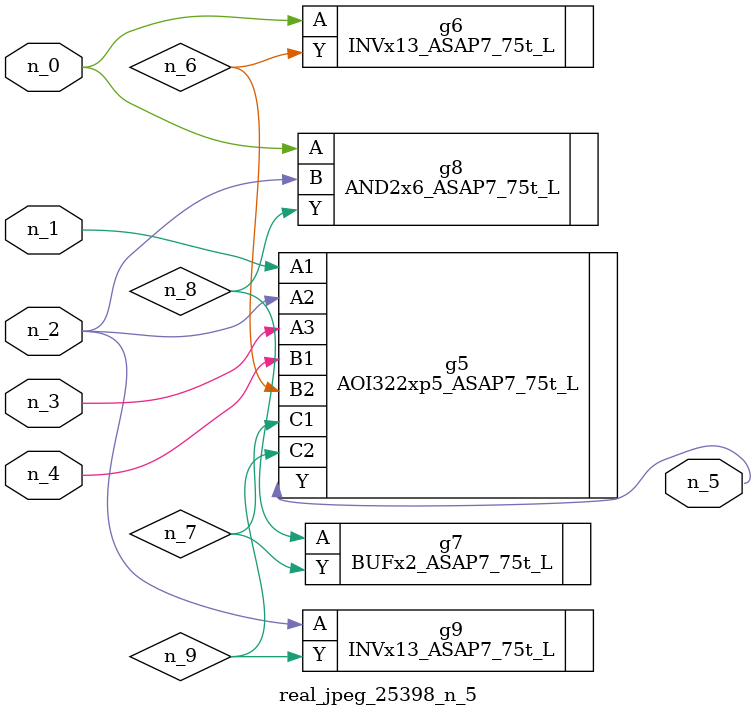
<source format=v>
module real_jpeg_25398_n_5 (n_4, n_0, n_1, n_2, n_3, n_5);

input n_4;
input n_0;
input n_1;
input n_2;
input n_3;

output n_5;

wire n_8;
wire n_6;
wire n_7;
wire n_9;

INVx13_ASAP7_75t_L g6 ( 
.A(n_0),
.Y(n_6)
);

AND2x6_ASAP7_75t_L g8 ( 
.A(n_0),
.B(n_2),
.Y(n_8)
);

AOI322xp5_ASAP7_75t_L g5 ( 
.A1(n_1),
.A2(n_2),
.A3(n_3),
.B1(n_4),
.B2(n_6),
.C1(n_7),
.C2(n_9),
.Y(n_5)
);

INVx13_ASAP7_75t_L g9 ( 
.A(n_2),
.Y(n_9)
);

BUFx2_ASAP7_75t_L g7 ( 
.A(n_8),
.Y(n_7)
);


endmodule
</source>
